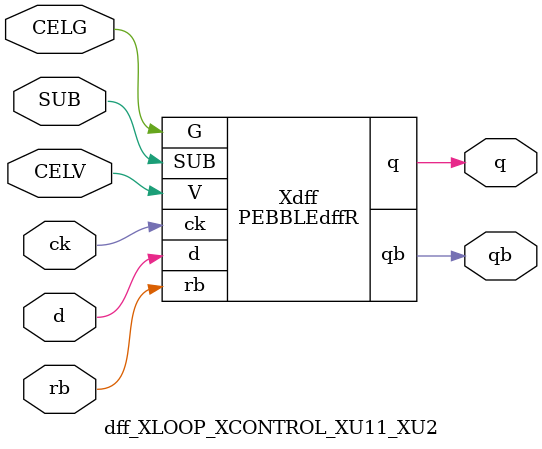
<source format=v>



module PEBBLEdffR ( q, qb, G, SUB, V, ck, d, rb );

  input V;
  output q;
  input rb;
  input d;
  input G;
  input ck;
  input SUB;
  output qb;
endmodule

//Celera Confidential Do Not Copy dff_XLOOP_XCONTROL_XU11_XU2
//Celera Confidential Symbol Generator
//DFF latch
module dff_XLOOP_XCONTROL_XU11_XU2 (CELV,CELG,d,rb,ck,q,qb,SUB );
input CELV;
input CELG;
input d;
input rb;
input ck;
input SUB;
output q;
output qb;

//Celera Confidential Do Not Copy dff
PEBBLEdffR Xdff(
.V (CELV),
.d (d),
.rb (rb),
.ck (ck),
.q (q),
.qb (qb),
.SUB (SUB),
.G (CELG)
);
//,diesize,PEBBLEdffR

//Celera Confidential Do Not Copy Module End
//Celera Schematic Generator
endmodule

</source>
